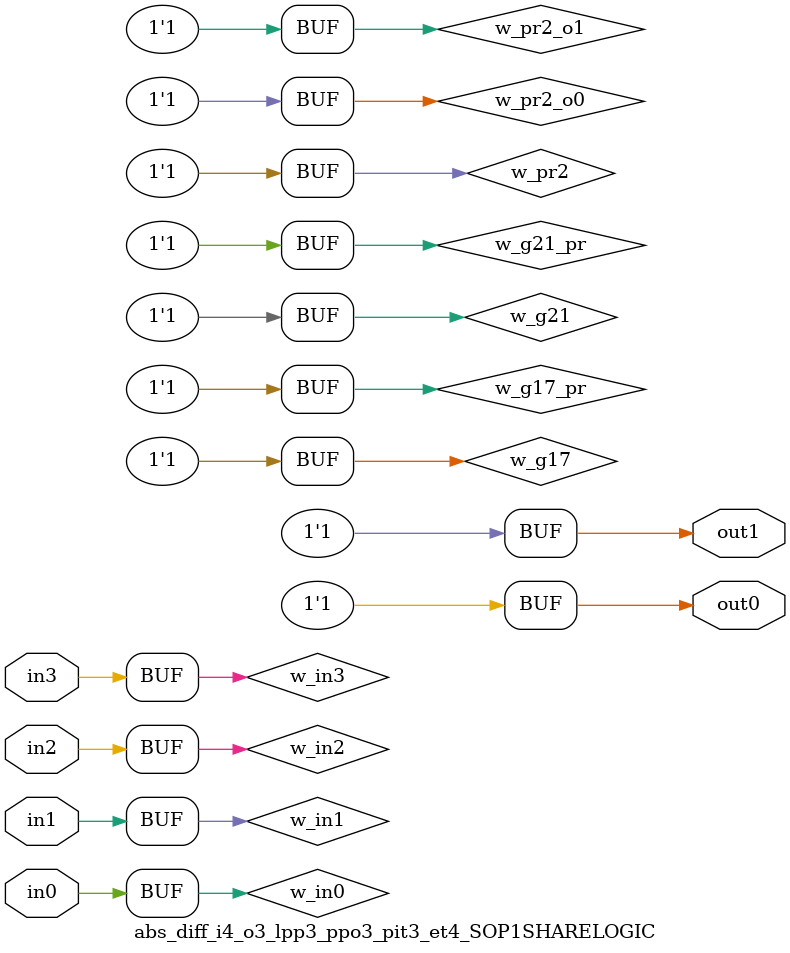
<source format=v>
module abs_diff_i4_o3_lpp3_ppo3_pit3_et4_SOP1SHARELOGIC (in0, in1, in2, in3, out0, out1);
// declaring inputs
input in0,  in1,  in2,  in3;
// declaring outputs
output out0,  out1;
// JSON model input
wire w_in3, w_in2, w_in1, w_in0;
// JSON model output
wire w_g17, w_g21;
//json model
wire w_g17_pr, w_g21_pr, w_pr0_o0, w_pr1_o0, w_pr2_o0, w_pr0_o1, w_pr1_o1, w_pr2_o1, w_pr0, w_pr1, w_pr2;
// JSON model input assign
assign w_in3 = in3;
assign w_in2 = in2;
assign w_in1 = in1;
assign w_in0 = in0;

//json model assigns (approximated Shared/XPAT part)
//assign literals to products
assign w_pr0 = w_in1 & w_in2 & w_in3;
assign w_pr1 = ~w_in2 & w_in3;
assign w_pr2 = 1;
//if a product has literals and if the product is being "activated" for that output
assign w_pr0_o0 = w_pr0 & 1;
assign w_pr1_o0 = w_pr1 & 0;
assign w_pr2_o0 = w_pr2 & 1;
assign w_pr0_o1 = w_pr0 & 0;
assign w_pr1_o1 = w_pr1 & 1;
assign w_pr2_o1 = w_pr2 & 1;
//compose an output with corresponding products (OR)
assign w_g17 = w_pr0_o0 | w_pr1_o0 | w_pr2_o0;
assign w_g21 = w_pr0_o1 | w_pr1_o1 | w_pr2_o1;
//if an output has products and if it is part of the JSON model
assign w_g17_pr = w_g17 & 1;
assign w_g21_pr = w_g21 & 1;
// output assigns
assign out0 = w_g17_pr;
assign out1 = w_g21_pr;
endmodule
</source>
